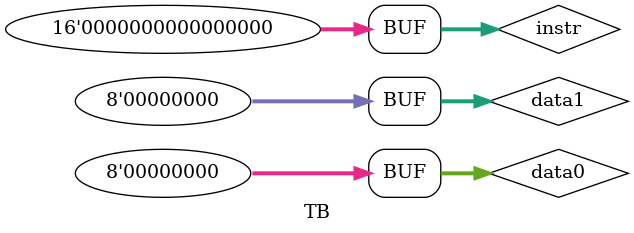
<source format=v>
`timescale 1ns / 1ps


module TB(

    );
    
    
    reg [15:0] instr;
    reg [7:0] data0, data1;
    
    wire OF, ZF;
    wire [7:0] out0, out1, out2, out3;
    
    initial
    begin
    
        instr = 0;
     #2 instr = 16'hffff;
     #4 instr = 16'b00001000000000;
     #5 instr = 0;
    
    end
    
    initial
    begin
        data0 = 0;
        
        #4 data0 = 255;
        #2 data0 = 1;
        #1 data0 = 2;
        #2 data0 = 0;
    end
    
    initial
    begin
        data1 = 0;
        
        #4 data1 = 255;
        #2 data1 = 1;
        #2 data1 = 3;
        #2 data1 = 0;
    end
    
    ALU alu(
    
    .instr(instr),
    .data0(data0),
    .data1(data1),
    .OF(OF),
    .out0(out0),
    .out1(out1),
    .out2(out2),
    .out3(out3),
    .ZF(ZF)
    
    );
    
    
endmodule

</source>
